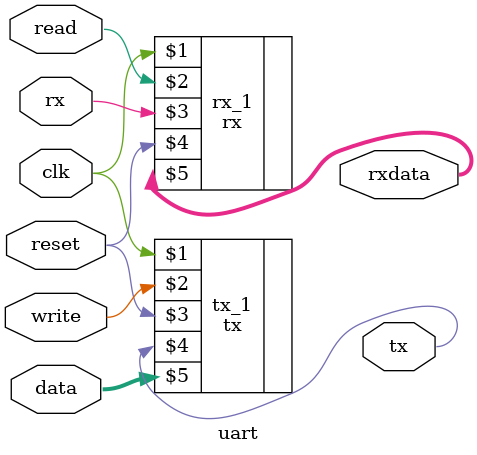
<source format=v>
`include "tx.v"
`include "rx.v"

module uart(clk, read, rx, reset,rxdata,write,tx,data);
  
   input		     clk; 
   input       read;			
   input	      rx;		  	wire rx; 
   input	      reset;		
   input       write;
   
   output      tx;    wire tx;
   input  [7:0] data;
   output [7:0] rxdata; wire [7:0]rxdata;
   
   
   tx tx_1(clk,write,reset,tx,data);
   rx rx_1 (clk, read, rx, reset,rxdata);
   
  // assign 		data = !read ? rxdata : 8'bzzzzzzzz;
endmodule
   
    
</source>
